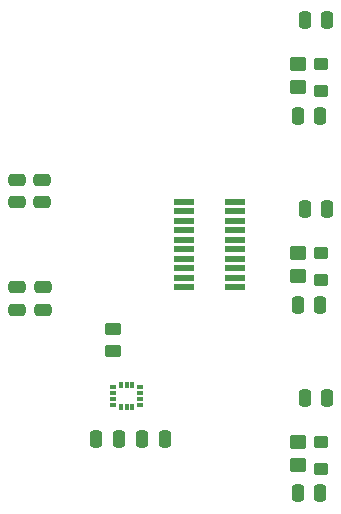
<source format=gtp>
G04 #@! TF.GenerationSoftware,KiCad,Pcbnew,7.0.2*
G04 #@! TF.CreationDate,2023-11-13T13:22:44-06:00*
G04 #@! TF.ProjectId,Telemetry-Peripheral-SOM-Daughterboard-IMU,54656c65-6d65-4747-9279-2d5065726970,rev?*
G04 #@! TF.SameCoordinates,Original*
G04 #@! TF.FileFunction,Paste,Top*
G04 #@! TF.FilePolarity,Positive*
%FSLAX46Y46*%
G04 Gerber Fmt 4.6, Leading zero omitted, Abs format (unit mm)*
G04 Created by KiCad (PCBNEW 7.0.2) date 2023-11-13 13:22:44*
%MOMM*%
%LPD*%
G01*
G04 APERTURE LIST*
G04 Aperture macros list*
%AMRoundRect*
0 Rectangle with rounded corners*
0 $1 Rounding radius*
0 $2 $3 $4 $5 $6 $7 $8 $9 X,Y pos of 4 corners*
0 Add a 4 corners polygon primitive as box body*
4,1,4,$2,$3,$4,$5,$6,$7,$8,$9,$2,$3,0*
0 Add four circle primitives for the rounded corners*
1,1,$1+$1,$2,$3*
1,1,$1+$1,$4,$5*
1,1,$1+$1,$6,$7*
1,1,$1+$1,$8,$9*
0 Add four rect primitives between the rounded corners*
20,1,$1+$1,$2,$3,$4,$5,0*
20,1,$1+$1,$4,$5,$6,$7,0*
20,1,$1+$1,$6,$7,$8,$9,0*
20,1,$1+$1,$8,$9,$2,$3,0*%
G04 Aperture macros list end*
%ADD10RoundRect,0.250000X-0.250000X-0.475000X0.250000X-0.475000X0.250000X0.475000X-0.250000X0.475000X0*%
%ADD11RoundRect,0.250000X0.250000X0.475000X-0.250000X0.475000X-0.250000X-0.475000X0.250000X-0.475000X0*%
%ADD12RoundRect,0.250000X0.475000X-0.250000X0.475000X0.250000X-0.475000X0.250000X-0.475000X-0.250000X0*%
%ADD13RoundRect,0.250000X-0.350000X0.275000X-0.350000X-0.275000X0.350000X-0.275000X0.350000X0.275000X0*%
%ADD14R,1.800000X0.550000*%
%ADD15RoundRect,0.250000X-0.475000X0.250000X-0.475000X-0.250000X0.475000X-0.250000X0.475000X0.250000X0*%
%ADD16RoundRect,0.250000X0.450000X-0.350000X0.450000X0.350000X-0.450000X0.350000X-0.450000X-0.350000X0*%
%ADD17R,0.533400X0.304800*%
%ADD18R,0.304800X0.533400*%
%ADD19RoundRect,0.250000X-0.450000X0.262500X-0.450000X-0.262500X0.450000X-0.262500X0.450000X0.262500X0*%
G04 APERTURE END LIST*
D10*
X156931401Y-107500000D03*
X158831401Y-107500000D03*
X174000000Y-80100000D03*
X175900000Y-80100000D03*
D11*
X176500000Y-104000000D03*
X174600000Y-104000000D03*
D12*
X150200000Y-96500000D03*
X150200000Y-94600000D03*
D13*
X176000000Y-75700000D03*
X176000000Y-78000000D03*
D11*
X176500000Y-88000000D03*
X174600000Y-88000000D03*
D14*
X164350000Y-87400000D03*
X168650000Y-87400000D03*
X164350000Y-88200000D03*
X168650000Y-88200000D03*
X164350000Y-89000000D03*
X168650000Y-89000000D03*
X164350000Y-89800000D03*
X168650000Y-89800000D03*
X164350000Y-90600000D03*
X168650000Y-90600000D03*
X164350000Y-91400000D03*
X168650000Y-91400000D03*
X164350000Y-92200000D03*
X168650000Y-92200000D03*
X164350000Y-93000000D03*
X168650000Y-93000000D03*
X164350000Y-93800000D03*
X168650000Y-93800000D03*
X164350000Y-94600000D03*
X168650000Y-94600000D03*
D11*
X176500000Y-72000000D03*
X174600000Y-72000000D03*
D10*
X174000000Y-96100000D03*
X175900000Y-96100000D03*
D15*
X152400000Y-94600000D03*
X152400000Y-96500000D03*
D16*
X174000000Y-77700000D03*
X174000000Y-75700000D03*
D15*
X150200000Y-85500000D03*
X150200000Y-87400000D03*
X152350000Y-85500000D03*
X152350000Y-87400000D03*
D10*
X174000000Y-112050000D03*
X175900000Y-112050000D03*
D17*
X158318901Y-103049698D03*
X158318901Y-103549699D03*
X158318901Y-104049699D03*
X158318901Y-104549700D03*
D18*
X159000002Y-104726799D03*
X159500001Y-104726799D03*
X160000000Y-104726799D03*
D17*
X160681101Y-104549700D03*
X160681101Y-104049699D03*
X160681101Y-103549699D03*
X160681101Y-103049698D03*
D18*
X160000000Y-102872599D03*
X159500001Y-102872599D03*
X159000002Y-102872599D03*
D16*
X174000000Y-109700000D03*
X174000000Y-107700000D03*
D19*
X158331401Y-98187500D03*
X158331401Y-100012500D03*
D16*
X174000000Y-93700000D03*
X174000000Y-91700000D03*
D13*
X176000000Y-91700000D03*
X176000000Y-94000000D03*
D11*
X162750000Y-107500000D03*
X160850000Y-107500000D03*
D13*
X176000000Y-107700000D03*
X176000000Y-110000000D03*
M02*

</source>
